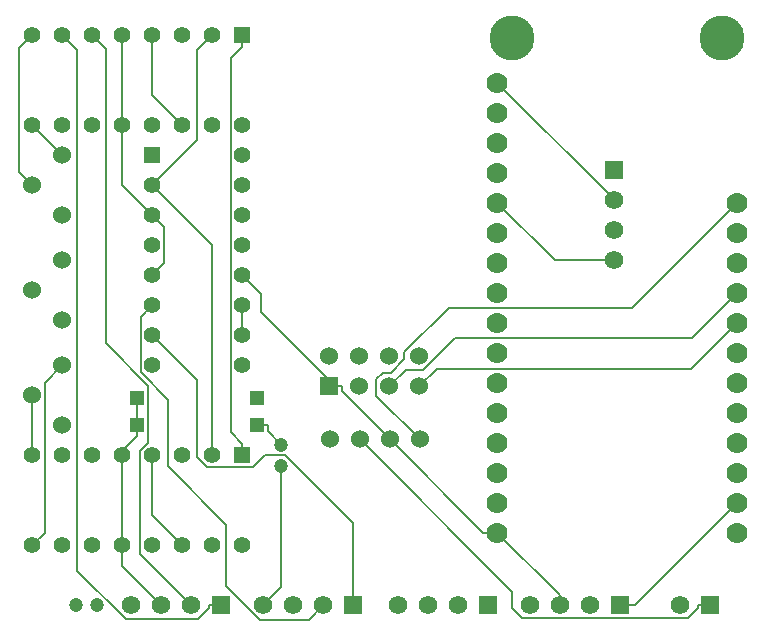
<source format=gbl>
G04 ---------------------------- Layer name :BOTTOM LAYER*
G04 EasyEDA v5.6.15, Thu, 02 Aug 2018 08:18:31 GMT*
G04 cc4900fb0f2e4d9197698a7e792d27c9*
G04 Gerber Generator version 0.2*
G04 Scale: 100 percent, Rotated: No, Reflected: No *
G04 Dimensions in millimeters *
G04 leading zeros omitted , absolute positions ,3 integer and 3 decimal *
%FSLAX33Y33*%
%MOMM*%
G90*
G71D02*

%ADD11C,0.202997*%
%ADD12R,1.574800X1.574800*%
%ADD13C,1.574800*%
%ADD14C,1.199896*%
%ADD15C,1.524000*%
%ADD16R,1.211580X1.211580*%
%ADD17R,1.397000X1.397000*%
%ADD18C,1.397000*%
%ADD19C,3.810000*%
%ADD20C,1.778000*%
%ADD21R,1.524000X1.524000*%

%LPD*%
G54D11*
G01X20320Y50800D02*
G01X20320Y49819D01*
G01X20320Y15240D02*
G01X20320Y16220D01*
G01X20320Y16220D02*
G01X19339Y17200D01*
G01X19339Y48839D01*
G01X20320Y49819D01*
G01X23622Y14340D02*
G01X23622Y4064D01*
G01X22098Y2540D01*
G01X62237Y26471D02*
G01X58343Y22578D01*
G01X36802Y22578D01*
G01X36802Y22578D01*
G01X35306Y21082D01*
G01X12700Y38100D02*
G01X16510Y41910D01*
G01X16510Y49530D01*
G01X17780Y50800D01*
G01X17780Y15240D02*
G01X17780Y33020D01*
G01X12700Y38100D01*
G01X2540Y15240D02*
G01X2540Y20320D01*
G01X32796Y16609D02*
G01X40713Y8691D01*
G01X41917Y8691D01*
G01X28729Y21082D02*
G01X28729Y20675D01*
G01X32796Y16609D01*
G01X10160Y7620D02*
G01X10160Y5842D01*
G01X13462Y2540D01*
G01X10160Y15240D02*
G01X10160Y7620D01*
G01X10160Y43180D02*
G01X10160Y50800D01*
G01X12700Y35560D02*
G01X10160Y38100D01*
G01X10160Y43180D01*
G01X12700Y30480D02*
G01X13723Y31503D01*
G01X13723Y34536D01*
G01X12700Y35560D01*
G01X11430Y17780D02*
G01X11430Y16893D01*
G01X10160Y15240D02*
G01X10160Y15623D01*
G01X11430Y16893D01*
G01X28209Y21082D02*
G01X21879Y27409D01*
G01X21879Y28920D01*
G01X20320Y30480D01*
G01X28209Y21082D02*
G01X28729Y21082D01*
G01X27686Y21082D02*
G01X28209Y21082D01*
G01X41917Y8691D02*
G01X47244Y3365D01*
G01X47244Y2540D01*
G01X11430Y17780D02*
G01X11430Y20066D01*
G01X12700Y25400D02*
G01X16510Y21590D01*
G01X16510Y15120D01*
G01X17371Y14259D01*
G01X21259Y14259D01*
G01X22240Y15240D01*
G01X23972Y15240D01*
G01X29718Y9494D01*
G01X29718Y2540D01*
G01X62237Y36631D02*
G01X53347Y27741D01*
G01X37787Y27741D01*
G01X34036Y23990D01*
G01X34036Y23373D01*
G01X32893Y22232D01*
G01X32194Y22232D01*
G01X31671Y21706D01*
G01X31671Y20274D01*
G01X35336Y16609D01*
G01X12700Y27940D02*
G01X11719Y26959D01*
G01X11719Y22273D01*
G01X14038Y19954D01*
G01X14038Y14295D01*
G01X18966Y9367D01*
G01X18966Y4157D01*
G01X21805Y1320D01*
G01X25958Y1320D01*
G01X27178Y2540D01*
G01X7620Y50800D02*
G01X8742Y49677D01*
G01X8742Y24706D01*
G01X12319Y21132D01*
G01X12319Y16283D01*
G01X11640Y15605D01*
G01X11640Y6901D01*
G01X16002Y2540D01*
G01X21590Y17780D02*
G01X22476Y17780D01*
G01X22476Y17780D02*
G01X22476Y17284D01*
G01X23622Y16139D01*
G01X18542Y2540D02*
G01X17472Y2540D01*
G01X17472Y2540D02*
G01X17472Y2273D01*
G01X16545Y1346D01*
G01X10452Y1346D01*
G01X6350Y5448D01*
G01X6350Y49530D01*
G01X5080Y50800D01*
G01X2540Y43180D02*
G01X5080Y40640D01*
G01X20320Y27940D02*
G01X20320Y25400D01*
G01X2540Y50800D02*
G01X1455Y49715D01*
G01X1455Y39184D01*
G01X2540Y38100D01*
G01X12700Y15240D02*
G01X12700Y10160D01*
G01X15240Y7620D01*
G01X41917Y36631D02*
G01X46799Y31750D01*
G01X51816Y31750D01*
G01X62237Y11231D02*
G01X53545Y2540D01*
G01X52324Y2540D01*
G01X2540Y7620D02*
G01X3583Y8663D01*
G01X3583Y21363D01*
G01X5080Y22860D01*
G01X15240Y43180D02*
G01X12700Y45720D01*
G01X12700Y50800D01*
G01X59944Y2540D02*
G01X58874Y2540D01*
G01X30256Y16609D02*
G01X43182Y3683D01*
G01X43182Y2298D01*
G01X44013Y1470D01*
G01X58074Y1470D01*
G01X58874Y2273D01*
G01X58874Y2540D01*
G01X62237Y29011D02*
G01X58427Y25201D01*
G01X38361Y25201D01*
G01X35648Y22486D01*
G01X34173Y22486D01*
G01X32766Y21082D01*
G01X41917Y46791D02*
G01X51816Y36893D01*
G01X51816Y36830D01*
G54D12*
G01X59944Y2540D03*
G54D13*
G01X57404Y2540D03*
G54D14*
G01X8011Y2540D03*
G01X6212Y2540D03*
G54D12*
G01X18542Y2540D03*
G54D13*
G01X16002Y2540D03*
G01X13462Y2540D03*
G01X10922Y2540D03*
G54D12*
G01X29718Y2540D03*
G54D13*
G01X27178Y2540D03*
G01X24638Y2540D03*
G01X22098Y2540D03*
G54D12*
G01X41148Y2540D03*
G54D13*
G01X38608Y2540D03*
G01X36068Y2540D03*
G01X33528Y2540D03*
G54D12*
G01X52324Y2540D03*
G54D13*
G01X49784Y2540D03*
G01X47244Y2540D03*
G01X44704Y2540D03*
G54D12*
G01X51816Y39370D03*
G54D13*
G01X51816Y36830D03*
G01X51816Y34290D03*
G01X51816Y31750D03*
G54D15*
G01X5080Y40640D03*
G01X2540Y38100D03*
G01X5080Y35560D03*
G01X5080Y31750D03*
G01X2540Y29210D03*
G01X5080Y26670D03*
G01X5080Y22860D03*
G01X2540Y20320D03*
G01X5080Y17780D03*
G54D16*
G01X21590Y20066D03*
G01X11430Y20066D03*
G54D17*
G01X20320Y50800D03*
G54D18*
G01X17780Y50800D03*
G01X15240Y50800D03*
G01X12700Y50800D03*
G01X10160Y50800D03*
G01X7620Y50800D03*
G01X5080Y50800D03*
G01X2540Y50800D03*
G01X2540Y43180D03*
G01X5080Y43180D03*
G01X7620Y43180D03*
G01X10160Y43180D03*
G01X12700Y43180D03*
G01X15240Y43180D03*
G01X17780Y43180D03*
G01X20320Y43180D03*
G54D17*
G01X12700Y40640D03*
G54D18*
G01X12700Y38100D03*
G01X12700Y35560D03*
G01X12700Y33020D03*
G01X12700Y30480D03*
G01X12700Y27940D03*
G01X12700Y25400D03*
G01X12700Y22860D03*
G01X20320Y22860D03*
G01X20320Y25400D03*
G01X20320Y27940D03*
G01X20320Y30480D03*
G01X20320Y33020D03*
G01X20320Y35560D03*
G01X20320Y38100D03*
G01X20320Y40640D03*
G54D17*
G01X20320Y15240D03*
G54D18*
G01X17780Y15240D03*
G01X15240Y15240D03*
G01X12700Y15240D03*
G01X10160Y15240D03*
G01X7620Y15240D03*
G01X5080Y15240D03*
G01X2540Y15240D03*
G01X2540Y7620D03*
G01X5080Y7620D03*
G01X7620Y7620D03*
G01X10160Y7620D03*
G01X12700Y7620D03*
G01X15240Y7620D03*
G01X17780Y7620D03*
G01X20320Y7620D03*
G54D15*
G01X35335Y16609D03*
G01X32795Y16609D03*
G01X30255Y16609D03*
G01X27715Y16609D03*
G54D19*
G01X60967Y50601D03*
G01X43187Y50601D03*
G54D20*
G01X62237Y36631D03*
G01X62237Y34091D03*
G01X62237Y31551D03*
G01X62237Y29011D03*
G01X62237Y26471D03*
G01X62237Y23931D03*
G01X62237Y21391D03*
G01X62237Y18851D03*
G01X62237Y16311D03*
G01X62237Y13771D03*
G01X62237Y11231D03*
G01X62237Y8691D03*
G01X41917Y36631D03*
G01X41917Y34091D03*
G01X41917Y31551D03*
G01X41917Y29011D03*
G01X41917Y26471D03*
G01X41917Y23931D03*
G01X41917Y21391D03*
G01X41917Y18851D03*
G01X41917Y16311D03*
G01X41917Y13771D03*
G01X41917Y11231D03*
G01X41917Y8691D03*
G01X41917Y39171D03*
G01X41917Y41711D03*
G01X41917Y44251D03*
G01X41917Y46791D03*
G54D15*
G01X27686Y23622D03*
G01X30226Y23622D03*
G01X32766Y23622D03*
G01X35306Y23622D03*
G54D21*
G01X27686Y21082D03*
G54D15*
G01X30226Y21082D03*
G01X32766Y21082D03*
G01X35306Y21082D03*
G54D14*
G01X23622Y14340D03*
G01X23622Y16139D03*
G54D16*
G01X21590Y17780D03*
G01X11430Y17780D03*
M00*
M02*

</source>
